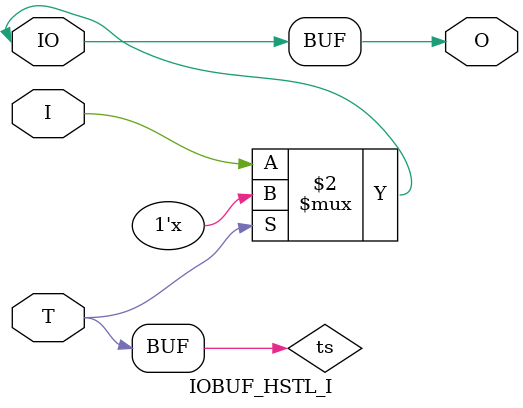
<source format=v>

/*

FUNCTION	: INPUT TRI-STATE OUTPUT BUFFER

*/

`celldefine
`timescale  100 ps / 10 ps

module IOBUF_HSTL_I (O, IO, I, T);

    output O;

    inout  IO;

    input  I, T;

    or O1 (ts, 1'b0, T);
    bufif0 T1 (IO, I, ts);

    buf B1 (O, IO);

endmodule

</source>
